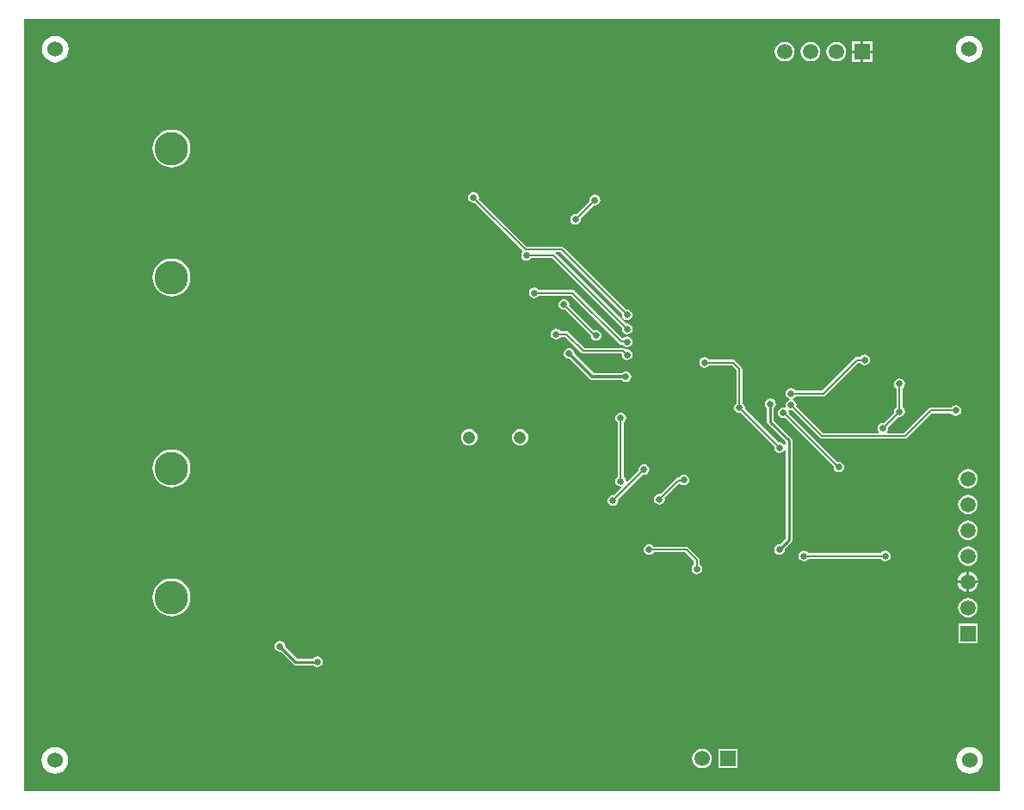
<source format=gbl>
G04*
G04 #@! TF.GenerationSoftware,Altium Limited,Altium Designer,19.0.14 (431)*
G04*
G04 Layer_Physical_Order=2*
G04 Layer_Color=16711680*
%FSLAX25Y25*%
%MOIN*%
G70*
G01*
G75*
%ADD14C,0.01000*%
%ADD76C,0.01200*%
%ADD78C,0.00600*%
%ADD81C,0.04756*%
%ADD82C,0.13000*%
%ADD83C,0.05906*%
%ADD84R,0.05906X0.05906*%
%ADD85C,0.06000*%
%ADD86R,0.05906X0.05906*%
%ADD87C,0.02550*%
G36*
X377953Y0D02*
X0D01*
Y299213D01*
X377953D01*
Y0D01*
D02*
G37*
%LPC*%
G36*
X328453Y290453D02*
X325000D01*
Y287000D01*
X328453D01*
Y290453D01*
D02*
G37*
G36*
X324000D02*
X320547D01*
Y287000D01*
X324000D01*
Y290453D01*
D02*
G37*
G36*
X314500Y290285D02*
X313520Y290156D01*
X312607Y289778D01*
X311824Y289177D01*
X311222Y288393D01*
X310844Y287480D01*
X310715Y286500D01*
X310844Y285520D01*
X311222Y284607D01*
X311824Y283823D01*
X312607Y283222D01*
X313520Y282844D01*
X314500Y282715D01*
X315480Y282844D01*
X316393Y283222D01*
X317177Y283823D01*
X317778Y284607D01*
X318156Y285520D01*
X318285Y286500D01*
X318156Y287480D01*
X317778Y288393D01*
X317177Y289177D01*
X316393Y289778D01*
X315480Y290156D01*
X314500Y290285D01*
D02*
G37*
G36*
X304500D02*
X303520Y290156D01*
X302607Y289778D01*
X301823Y289177D01*
X301222Y288393D01*
X300844Y287480D01*
X300715Y286500D01*
X300844Y285520D01*
X301222Y284607D01*
X301823Y283823D01*
X302607Y283222D01*
X303520Y282844D01*
X304500Y282715D01*
X305480Y282844D01*
X306393Y283222D01*
X307176Y283823D01*
X307778Y284607D01*
X308156Y285520D01*
X308285Y286500D01*
X308156Y287480D01*
X307778Y288393D01*
X307176Y289177D01*
X306393Y289778D01*
X305480Y290156D01*
X304500Y290285D01*
D02*
G37*
G36*
X294500D02*
X293520Y290156D01*
X292607Y289778D01*
X291824Y289177D01*
X291222Y288393D01*
X290844Y287480D01*
X290715Y286500D01*
X290844Y285520D01*
X291222Y284607D01*
X291824Y283823D01*
X292607Y283222D01*
X293520Y282844D01*
X294500Y282715D01*
X295480Y282844D01*
X296393Y283222D01*
X297177Y283823D01*
X297778Y284607D01*
X298156Y285520D01*
X298285Y286500D01*
X298156Y287480D01*
X297778Y288393D01*
X297177Y289177D01*
X296393Y289778D01*
X295480Y290156D01*
X294500Y290285D01*
D02*
G37*
G36*
X328453Y286000D02*
X325000D01*
Y282547D01*
X328453D01*
Y286000D01*
D02*
G37*
G36*
X324000D02*
X320547D01*
Y282547D01*
X324000D01*
Y286000D01*
D02*
G37*
G36*
X366000Y292675D02*
X364661Y292499D01*
X363413Y291982D01*
X362341Y291159D01*
X361518Y290087D01*
X361001Y288839D01*
X360825Y287500D01*
X361001Y286160D01*
X361518Y284912D01*
X362341Y283841D01*
X363413Y283018D01*
X364661Y282501D01*
X366000Y282325D01*
X367339Y282501D01*
X368588Y283018D01*
X369659Y283841D01*
X370482Y284912D01*
X370999Y286160D01*
X371175Y287500D01*
X370999Y288839D01*
X370482Y290087D01*
X369659Y291159D01*
X368588Y291982D01*
X367339Y292499D01*
X366000Y292675D01*
D02*
G37*
G36*
X12000D02*
X10661Y292499D01*
X9413Y291982D01*
X8341Y291159D01*
X7518Y290087D01*
X7001Y288839D01*
X6825Y287500D01*
X7001Y286160D01*
X7518Y284912D01*
X8341Y283841D01*
X9413Y283018D01*
X10661Y282501D01*
X12000Y282325D01*
X13340Y282501D01*
X14588Y283018D01*
X15659Y283841D01*
X16482Y284912D01*
X16999Y286160D01*
X17175Y287500D01*
X16999Y288839D01*
X16482Y290087D01*
X15659Y291159D01*
X14588Y291982D01*
X13340Y292499D01*
X12000Y292675D01*
D02*
G37*
G36*
X57000Y256335D02*
X55569Y256194D01*
X54193Y255777D01*
X52925Y255099D01*
X51813Y254187D01*
X50901Y253075D01*
X50223Y251807D01*
X49806Y250431D01*
X49665Y249000D01*
X49806Y247569D01*
X50223Y246193D01*
X50901Y244925D01*
X51813Y243813D01*
X52925Y242901D01*
X54193Y242223D01*
X55569Y241806D01*
X57000Y241665D01*
X58431Y241806D01*
X59807Y242223D01*
X61075Y242901D01*
X62187Y243813D01*
X63099Y244925D01*
X63777Y246193D01*
X64194Y247569D01*
X64335Y249000D01*
X64194Y250431D01*
X63777Y251807D01*
X63099Y253075D01*
X62187Y254187D01*
X61075Y255099D01*
X59807Y255777D01*
X58431Y256194D01*
X57000Y256335D01*
D02*
G37*
G36*
X221000Y231116D02*
X220190Y230955D01*
X219504Y230496D01*
X219045Y229810D01*
X218884Y229000D01*
X218972Y228558D01*
X213942Y223528D01*
X213500Y223616D01*
X212690Y223455D01*
X212004Y222996D01*
X211545Y222310D01*
X211384Y221500D01*
X211545Y220690D01*
X212004Y220004D01*
X212690Y219545D01*
X213500Y219384D01*
X214310Y219545D01*
X214996Y220004D01*
X215455Y220690D01*
X215616Y221500D01*
X215528Y221942D01*
X220558Y226972D01*
X221000Y226884D01*
X221810Y227045D01*
X222496Y227504D01*
X222955Y228190D01*
X223116Y229000D01*
X222955Y229810D01*
X222496Y230496D01*
X221810Y230955D01*
X221000Y231116D01*
D02*
G37*
G36*
X57000Y206335D02*
X55569Y206194D01*
X54193Y205777D01*
X52925Y205099D01*
X51813Y204187D01*
X50901Y203075D01*
X50223Y201807D01*
X49806Y200431D01*
X49665Y199000D01*
X49806Y197569D01*
X50223Y196193D01*
X50901Y194925D01*
X51813Y193813D01*
X52925Y192901D01*
X54193Y192223D01*
X55569Y191806D01*
X57000Y191665D01*
X58431Y191806D01*
X59807Y192223D01*
X61075Y192901D01*
X62187Y193813D01*
X63099Y194925D01*
X63777Y196193D01*
X64194Y197569D01*
X64335Y199000D01*
X64194Y200431D01*
X63777Y201807D01*
X63099Y203075D01*
X62187Y204187D01*
X61075Y205099D01*
X59807Y205777D01*
X58431Y206194D01*
X57000Y206335D01*
D02*
G37*
G36*
X174000Y232116D02*
X173190Y231955D01*
X172504Y231496D01*
X172045Y230810D01*
X171884Y230000D01*
X172045Y229190D01*
X172504Y228504D01*
X173190Y228045D01*
X174000Y227884D01*
X174442Y227972D01*
X193041Y209373D01*
X193004Y208996D01*
X192545Y208310D01*
X192384Y207500D01*
X192545Y206690D01*
X193004Y206004D01*
X193690Y205545D01*
X194500Y205384D01*
X195310Y205545D01*
X195996Y206004D01*
X196246Y206379D01*
X204535D01*
X231472Y179442D01*
X231384Y179000D01*
X231545Y178190D01*
X232004Y177504D01*
X232690Y177045D01*
X233500Y176884D01*
X234310Y177045D01*
X234996Y177504D01*
X235455Y178190D01*
X235616Y179000D01*
X235455Y179810D01*
X234996Y180496D01*
X234310Y180955D01*
X233500Y181116D01*
X233058Y181028D01*
X205833Y208254D01*
X205851Y208420D01*
X206004Y208753D01*
X207660D01*
X231472Y184942D01*
X231384Y184500D01*
X231545Y183690D01*
X232004Y183004D01*
X232690Y182545D01*
X233500Y182384D01*
X234310Y182545D01*
X234996Y183004D01*
X235455Y183690D01*
X235616Y184500D01*
X235455Y185310D01*
X234996Y185996D01*
X234310Y186455D01*
X233500Y186616D01*
X233058Y186528D01*
X208918Y210668D01*
X208554Y210911D01*
X208125Y210997D01*
X208125Y210997D01*
X194590D01*
X176028Y229558D01*
X176116Y230000D01*
X175955Y230810D01*
X175496Y231496D01*
X174810Y231955D01*
X174000Y232116D01*
D02*
G37*
G36*
X209000Y190616D02*
X208190Y190455D01*
X207504Y189996D01*
X207045Y189310D01*
X206884Y188500D01*
X207045Y187690D01*
X207504Y187004D01*
X208190Y186545D01*
X209000Y186384D01*
X209442Y186472D01*
X219389Y176525D01*
X219384Y176500D01*
X219545Y175690D01*
X220004Y175004D01*
X220690Y174545D01*
X221500Y174384D01*
X222310Y174545D01*
X222996Y175004D01*
X223455Y175690D01*
X223616Y176500D01*
X223455Y177310D01*
X222996Y177996D01*
X222310Y178455D01*
X221500Y178616D01*
X220690Y178455D01*
X220655Y178431D01*
X211028Y188058D01*
X211116Y188500D01*
X210955Y189310D01*
X210496Y189996D01*
X209810Y190455D01*
X209000Y190616D01*
D02*
G37*
G36*
X197500Y195116D02*
X196690Y194955D01*
X196004Y194496D01*
X195545Y193810D01*
X195384Y193000D01*
X195545Y192190D01*
X196004Y191504D01*
X196690Y191045D01*
X197500Y190884D01*
X198310Y191045D01*
X198996Y191504D01*
X199246Y191878D01*
X211894D01*
X230532Y173241D01*
X230532Y173241D01*
X230896Y172998D01*
X231325Y172912D01*
X231325Y172912D01*
X231731D01*
X232004Y172504D01*
X232690Y172045D01*
X233500Y171884D01*
X234310Y172045D01*
X234996Y172504D01*
X235455Y173190D01*
X235616Y174000D01*
X235455Y174810D01*
X234996Y175496D01*
X234310Y175955D01*
X233500Y176116D01*
X232690Y175955D01*
X232004Y175496D01*
X232001Y175491D01*
X231503Y175442D01*
X213152Y193793D01*
X212788Y194036D01*
X212359Y194122D01*
X212359Y194122D01*
X199246D01*
X198996Y194496D01*
X198310Y194955D01*
X197500Y195116D01*
D02*
G37*
G36*
X325500Y169116D02*
X324690Y168955D01*
X324004Y168496D01*
X323754Y168122D01*
X322500D01*
X322500Y168122D01*
X322071Y168036D01*
X321707Y167793D01*
X321707Y167793D01*
X309035Y155122D01*
X298746D01*
X298496Y155496D01*
X297810Y155955D01*
X297000Y156116D01*
X296190Y155955D01*
X295504Y155496D01*
X295045Y154810D01*
X294884Y154000D01*
X295045Y153190D01*
X295504Y152504D01*
X296190Y152045D01*
X296394Y152005D01*
Y151495D01*
X296190Y151455D01*
X295504Y150996D01*
X295045Y150310D01*
X294884Y149500D01*
X295006Y148887D01*
X294997Y148867D01*
X294633Y148503D01*
X294614Y148494D01*
X294000Y148616D01*
X293190Y148455D01*
X292504Y147996D01*
X292045Y147310D01*
X291884Y146500D01*
X292045Y145690D01*
X292504Y145004D01*
X293190Y144545D01*
X294000Y144384D01*
X294650Y144514D01*
X313431Y125733D01*
X313384Y125500D01*
X313545Y124690D01*
X314004Y124004D01*
X314690Y123545D01*
X315500Y123384D01*
X316310Y123545D01*
X316996Y124004D01*
X317455Y124690D01*
X317616Y125500D01*
X317455Y126310D01*
X316996Y126996D01*
X316310Y127455D01*
X315500Y127616D01*
X314850Y127486D01*
X296069Y146267D01*
X296116Y146500D01*
X295994Y147114D01*
X296003Y147133D01*
X296367Y147497D01*
X296387Y147506D01*
X297000Y147384D01*
X297442Y147472D01*
X308207Y136707D01*
X308207Y136707D01*
X308571Y136464D01*
X309000Y136378D01*
X341179D01*
X341179Y136378D01*
X341608Y136464D01*
X341972Y136707D01*
X351532Y146267D01*
X359028D01*
X359278Y145893D01*
X359965Y145434D01*
X360774Y145273D01*
X361584Y145434D01*
X362270Y145893D01*
X362729Y146579D01*
X362890Y147389D01*
X362729Y148198D01*
X362270Y148884D01*
X361584Y149343D01*
X360774Y149504D01*
X359965Y149343D01*
X359278Y148884D01*
X359028Y148510D01*
X351068D01*
X350639Y148425D01*
X350275Y148181D01*
X350275Y148181D01*
X340715Y138622D01*
X334255D01*
X334074Y139122D01*
X334455Y139690D01*
X334616Y140500D01*
X334528Y140942D01*
X338558Y144972D01*
X339000Y144884D01*
X339810Y145045D01*
X340496Y145504D01*
X340955Y146190D01*
X341116Y147000D01*
X340955Y147810D01*
X340496Y148496D01*
X340122Y148746D01*
Y155954D01*
X340496Y156204D01*
X340955Y156890D01*
X341116Y157700D01*
X340955Y158510D01*
X340496Y159196D01*
X339810Y159655D01*
X339000Y159816D01*
X338190Y159655D01*
X337504Y159196D01*
X337045Y158510D01*
X336884Y157700D01*
X337045Y156890D01*
X337504Y156204D01*
X337878Y155954D01*
Y148746D01*
X337504Y148496D01*
X337045Y147810D01*
X336884Y147000D01*
X336972Y146558D01*
X332942Y142528D01*
X332500Y142616D01*
X331690Y142455D01*
X331004Y141996D01*
X330545Y141310D01*
X330384Y140500D01*
X330545Y139690D01*
X330925Y139122D01*
X330745Y138622D01*
X309465D01*
X299028Y149058D01*
X299116Y149500D01*
X298955Y150310D01*
X298496Y150996D01*
X297810Y151455D01*
X297606Y151495D01*
Y152005D01*
X297810Y152045D01*
X298496Y152504D01*
X298746Y152878D01*
X309500D01*
X309500Y152878D01*
X309929Y152964D01*
X310293Y153207D01*
X322965Y165878D01*
X323754D01*
X324004Y165504D01*
X324690Y165045D01*
X325500Y164884D01*
X326310Y165045D01*
X326996Y165504D01*
X327455Y166190D01*
X327616Y167000D01*
X327455Y167810D01*
X326996Y168496D01*
X326310Y168955D01*
X325500Y169116D01*
D02*
G37*
G36*
X206000Y179116D02*
X205190Y178955D01*
X204504Y178496D01*
X204045Y177810D01*
X203884Y177000D01*
X204045Y176190D01*
X204504Y175504D01*
X205190Y175045D01*
X206000Y174884D01*
X206810Y175045D01*
X207496Y175504D01*
X207746Y175878D01*
X209535D01*
X215707Y169707D01*
X215707Y169707D01*
X216071Y169464D01*
X216500Y169378D01*
X216500Y169378D01*
X231074D01*
X231384Y169000D01*
X231545Y168190D01*
X232004Y167504D01*
X232690Y167045D01*
X233500Y166884D01*
X234310Y167045D01*
X234996Y167504D01*
X235455Y168190D01*
X235616Y169000D01*
X235455Y169810D01*
X234996Y170496D01*
X234310Y170955D01*
X233500Y171116D01*
X233058Y171028D01*
X232793Y171293D01*
X232429Y171536D01*
X232000Y171622D01*
X232000Y171622D01*
X216965D01*
X210793Y177793D01*
X210429Y178036D01*
X210000Y178122D01*
X210000Y178122D01*
X207746D01*
X207496Y178496D01*
X206810Y178955D01*
X206000Y179116D01*
D02*
G37*
G36*
X211000Y171616D02*
X210190Y171455D01*
X209504Y170996D01*
X209045Y170310D01*
X208884Y169500D01*
X209045Y168690D01*
X209504Y168004D01*
X210190Y167545D01*
X211000Y167384D01*
X211081Y167400D01*
X218991Y159491D01*
X218991Y159491D01*
X219454Y159181D01*
X220000Y159073D01*
X220000Y159073D01*
X231458D01*
X231504Y159004D01*
X232190Y158545D01*
X233000Y158384D01*
X233810Y158545D01*
X234496Y159004D01*
X234955Y159690D01*
X235116Y160500D01*
X234955Y161310D01*
X234496Y161996D01*
X233810Y162455D01*
X233000Y162616D01*
X232190Y162455D01*
X231504Y161996D01*
X231458Y161927D01*
X220591D01*
X213100Y169419D01*
X213116Y169500D01*
X212955Y170310D01*
X212496Y170996D01*
X211810Y171455D01*
X211000Y171616D01*
D02*
G37*
G36*
X192000Y140205D02*
X191170Y140096D01*
X190397Y139776D01*
X189734Y139267D01*
X189224Y138603D01*
X188904Y137830D01*
X188795Y137000D01*
X188904Y136170D01*
X189224Y135397D01*
X189734Y134733D01*
X190397Y134224D01*
X191170Y133904D01*
X192000Y133795D01*
X192830Y133904D01*
X193603Y134224D01*
X194266Y134733D01*
X194776Y135397D01*
X195096Y136170D01*
X195205Y137000D01*
X195096Y137830D01*
X194776Y138603D01*
X194266Y139267D01*
X193603Y139776D01*
X192830Y140096D01*
X192000Y140205D01*
D02*
G37*
G36*
X172315D02*
X171485Y140096D01*
X170712Y139776D01*
X170048Y139267D01*
X169539Y138603D01*
X169219Y137830D01*
X169110Y137000D01*
X169219Y136170D01*
X169539Y135397D01*
X170048Y134733D01*
X170712Y134224D01*
X171485Y133904D01*
X172315Y133795D01*
X173145Y133904D01*
X173918Y134224D01*
X174582Y134733D01*
X175091Y135397D01*
X175411Y136170D01*
X175520Y137000D01*
X175411Y137830D01*
X175091Y138603D01*
X174582Y139267D01*
X173918Y139776D01*
X173145Y140096D01*
X172315Y140205D01*
D02*
G37*
G36*
X231000Y146616D02*
X230190Y146455D01*
X229504Y145996D01*
X229045Y145310D01*
X228884Y144500D01*
X229045Y143690D01*
X229504Y143004D01*
X229878Y142754D01*
Y121746D01*
X229504Y121496D01*
X229045Y120810D01*
X228884Y120000D01*
X229045Y119190D01*
X229504Y118504D01*
X230190Y118045D01*
X231000Y117884D01*
X231114Y117907D01*
X231360Y117446D01*
X228442Y114528D01*
X228000Y114616D01*
X227190Y114455D01*
X226504Y113996D01*
X226045Y113310D01*
X225884Y112500D01*
X226045Y111690D01*
X226504Y111004D01*
X227190Y110545D01*
X228000Y110384D01*
X228810Y110545D01*
X229496Y111004D01*
X229955Y111690D01*
X230116Y112500D01*
X230028Y112942D01*
X239558Y122472D01*
X240000Y122384D01*
X240810Y122545D01*
X241496Y123004D01*
X241955Y123690D01*
X242116Y124500D01*
X241955Y125310D01*
X241496Y125996D01*
X240810Y126455D01*
X240000Y126616D01*
X239190Y126455D01*
X238504Y125996D01*
X238045Y125310D01*
X237884Y124500D01*
X237972Y124058D01*
X233554Y119640D01*
X233093Y119886D01*
X233116Y120000D01*
X232955Y120810D01*
X232496Y121496D01*
X232121Y121746D01*
Y142754D01*
X232496Y143004D01*
X232955Y143690D01*
X233116Y144500D01*
X232955Y145310D01*
X232496Y145996D01*
X231810Y146455D01*
X231000Y146616D01*
D02*
G37*
G36*
X255500Y122616D02*
X254690Y122455D01*
X254004Y121996D01*
X253637Y121447D01*
X253325D01*
X252896Y121361D01*
X252532Y121118D01*
X252532Y121118D01*
X246442Y115028D01*
X246000Y115116D01*
X245190Y114955D01*
X244504Y114496D01*
X244045Y113810D01*
X243884Y113000D01*
X244045Y112190D01*
X244504Y111504D01*
X245190Y111045D01*
X246000Y110884D01*
X246810Y111045D01*
X247496Y111504D01*
X247955Y112190D01*
X248116Y113000D01*
X248028Y113442D01*
X253478Y118892D01*
X254004Y119004D01*
X254690Y118545D01*
X255500Y118384D01*
X256310Y118545D01*
X256996Y119004D01*
X257455Y119690D01*
X257616Y120500D01*
X257455Y121310D01*
X256996Y121996D01*
X256310Y122455D01*
X255500Y122616D01*
D02*
G37*
G36*
X57000Y132335D02*
X55569Y132194D01*
X54193Y131777D01*
X52925Y131099D01*
X51813Y130187D01*
X50901Y129075D01*
X50223Y127807D01*
X49806Y126431D01*
X49665Y125000D01*
X49806Y123569D01*
X50223Y122193D01*
X50901Y120925D01*
X51813Y119813D01*
X52925Y118901D01*
X54193Y118223D01*
X55569Y117806D01*
X57000Y117665D01*
X58431Y117806D01*
X59807Y118223D01*
X61075Y118901D01*
X62187Y119813D01*
X63099Y120925D01*
X63777Y122193D01*
X64194Y123569D01*
X64335Y125000D01*
X64194Y126431D01*
X63777Y127807D01*
X63099Y129075D01*
X62187Y130187D01*
X61075Y131099D01*
X59807Y131777D01*
X58431Y132194D01*
X57000Y132335D01*
D02*
G37*
G36*
X365500Y124785D02*
X364520Y124656D01*
X363607Y124278D01*
X362824Y123677D01*
X362222Y122893D01*
X361844Y121980D01*
X361715Y121000D01*
X361844Y120020D01*
X362222Y119107D01*
X362824Y118324D01*
X363607Y117722D01*
X364520Y117344D01*
X365500Y117215D01*
X366480Y117344D01*
X367393Y117722D01*
X368177Y118324D01*
X368778Y119107D01*
X369156Y120020D01*
X369285Y121000D01*
X369156Y121980D01*
X368778Y122893D01*
X368177Y123677D01*
X367393Y124278D01*
X366480Y124656D01*
X365500Y124785D01*
D02*
G37*
G36*
Y114785D02*
X364520Y114656D01*
X363607Y114278D01*
X362824Y113677D01*
X362222Y112893D01*
X361844Y111980D01*
X361715Y111000D01*
X361844Y110020D01*
X362222Y109107D01*
X362824Y108324D01*
X363607Y107722D01*
X364520Y107344D01*
X365500Y107215D01*
X366480Y107344D01*
X367393Y107722D01*
X368177Y108324D01*
X368778Y109107D01*
X369156Y110020D01*
X369285Y111000D01*
X369156Y111980D01*
X368778Y112893D01*
X368177Y113677D01*
X367393Y114278D01*
X366480Y114656D01*
X365500Y114785D01*
D02*
G37*
G36*
Y104785D02*
X364520Y104656D01*
X363607Y104278D01*
X362824Y103676D01*
X362222Y102893D01*
X361844Y101980D01*
X361715Y101000D01*
X361844Y100020D01*
X362222Y99107D01*
X362824Y98324D01*
X363607Y97722D01*
X364520Y97344D01*
X365500Y97215D01*
X366480Y97344D01*
X367393Y97722D01*
X368177Y98324D01*
X368778Y99107D01*
X369156Y100020D01*
X369285Y101000D01*
X369156Y101980D01*
X368778Y102893D01*
X368177Y103676D01*
X367393Y104278D01*
X366480Y104656D01*
X365500Y104785D01*
D02*
G37*
G36*
X263500Y168116D02*
X262690Y167955D01*
X262004Y167496D01*
X261545Y166810D01*
X261384Y166000D01*
X261545Y165190D01*
X262004Y164504D01*
X262690Y164045D01*
X263500Y163884D01*
X264310Y164045D01*
X264996Y164504D01*
X265246Y164878D01*
X274035D01*
X275879Y163035D01*
Y150246D01*
X275504Y149996D01*
X275045Y149310D01*
X274884Y148500D01*
X275045Y147690D01*
X275504Y147004D01*
X276190Y146545D01*
X277000Y146384D01*
X277442Y146472D01*
X290472Y133442D01*
X290384Y133000D01*
X290545Y132190D01*
X291004Y131504D01*
X291690Y131045D01*
X292500Y130884D01*
X293310Y131045D01*
X293996Y131504D01*
X294250Y131883D01*
X294749Y131732D01*
Y97624D01*
X292701Y95576D01*
X292500Y95616D01*
X291690Y95455D01*
X291004Y94996D01*
X290545Y94310D01*
X290384Y93500D01*
X290545Y92690D01*
X291004Y92004D01*
X291690Y91545D01*
X292500Y91384D01*
X293310Y91545D01*
X293996Y92004D01*
X294455Y92690D01*
X294616Y93500D01*
X294576Y93701D01*
X297012Y96138D01*
X297300Y96568D01*
X297400Y97075D01*
Y135925D01*
X297300Y136432D01*
X297012Y136862D01*
X290325Y143549D01*
Y148390D01*
X290496Y148504D01*
X290955Y149190D01*
X291116Y150000D01*
X290955Y150810D01*
X290496Y151496D01*
X289810Y151955D01*
X289000Y152116D01*
X288190Y151955D01*
X287504Y151496D01*
X287045Y150810D01*
X286884Y150000D01*
X287045Y149190D01*
X287504Y148504D01*
X287674Y148390D01*
Y143000D01*
X287775Y142493D01*
X288063Y142063D01*
X294749Y135376D01*
Y134268D01*
X294250Y134117D01*
X293996Y134496D01*
X293310Y134955D01*
X292500Y135116D01*
X292058Y135028D01*
X279028Y148058D01*
X279116Y148500D01*
X278955Y149310D01*
X278496Y149996D01*
X278121Y150246D01*
Y163500D01*
X278036Y163929D01*
X277793Y164293D01*
X277793Y164293D01*
X275293Y166793D01*
X274929Y167036D01*
X274500Y167122D01*
X274500Y167122D01*
X265246D01*
X264996Y167496D01*
X264310Y167955D01*
X263500Y168116D01*
D02*
G37*
G36*
X333500Y93116D02*
X332690Y92955D01*
X332004Y92496D01*
X331754Y92122D01*
X303746D01*
X303496Y92496D01*
X302810Y92955D01*
X302000Y93116D01*
X301190Y92955D01*
X300504Y92496D01*
X300045Y91810D01*
X299884Y91000D01*
X300045Y90190D01*
X300504Y89504D01*
X301190Y89045D01*
X302000Y88884D01*
X302810Y89045D01*
X303496Y89504D01*
X303746Y89878D01*
X331754D01*
X332004Y89504D01*
X332690Y89045D01*
X333500Y88884D01*
X334310Y89045D01*
X334996Y89504D01*
X335455Y90190D01*
X335616Y91000D01*
X335455Y91810D01*
X334996Y92496D01*
X334310Y92955D01*
X333500Y93116D01*
D02*
G37*
G36*
X365500Y94785D02*
X364520Y94656D01*
X363607Y94278D01*
X362824Y93677D01*
X362222Y92893D01*
X361844Y91980D01*
X361715Y91000D01*
X361844Y90020D01*
X362222Y89107D01*
X362824Y88323D01*
X363607Y87722D01*
X364520Y87344D01*
X365500Y87215D01*
X366480Y87344D01*
X367393Y87722D01*
X368177Y88323D01*
X368778Y89107D01*
X369156Y90020D01*
X369285Y91000D01*
X369156Y91980D01*
X368778Y92893D01*
X368177Y93677D01*
X367393Y94278D01*
X366480Y94656D01*
X365500Y94785D01*
D02*
G37*
G36*
X242000Y95616D02*
X241190Y95455D01*
X240504Y94996D01*
X240045Y94310D01*
X239884Y93500D01*
X240045Y92690D01*
X240504Y92004D01*
X241190Y91545D01*
X242000Y91384D01*
X242810Y91545D01*
X243496Y92004D01*
X243746Y92378D01*
X256035D01*
X259379Y89035D01*
Y87746D01*
X259004Y87496D01*
X258545Y86810D01*
X258384Y86000D01*
X258545Y85190D01*
X259004Y84504D01*
X259690Y84045D01*
X260500Y83884D01*
X261310Y84045D01*
X261996Y84504D01*
X262455Y85190D01*
X262616Y86000D01*
X262455Y86810D01*
X261996Y87496D01*
X261621Y87746D01*
Y89500D01*
X261536Y89929D01*
X261293Y90293D01*
X261293Y90293D01*
X257293Y94293D01*
X256929Y94536D01*
X256500Y94622D01*
X256500Y94622D01*
X243746D01*
X243496Y94996D01*
X242810Y95455D01*
X242000Y95616D01*
D02*
G37*
G36*
X366000Y84921D02*
Y81500D01*
X369421D01*
X369351Y82032D01*
X368953Y82993D01*
X368319Y83819D01*
X367493Y84453D01*
X366532Y84851D01*
X366000Y84921D01*
D02*
G37*
G36*
X365000D02*
X364468Y84851D01*
X363507Y84453D01*
X362681Y83819D01*
X362047Y82993D01*
X361649Y82032D01*
X361579Y81500D01*
X365000D01*
Y84921D01*
D02*
G37*
G36*
X369421Y80500D02*
X366000D01*
Y77079D01*
X366532Y77149D01*
X367493Y77547D01*
X368319Y78181D01*
X368953Y79007D01*
X369351Y79968D01*
X369421Y80500D01*
D02*
G37*
G36*
X365000D02*
X361579D01*
X361649Y79968D01*
X362047Y79007D01*
X362681Y78181D01*
X363507Y77547D01*
X364468Y77149D01*
X365000Y77079D01*
Y80500D01*
D02*
G37*
G36*
X57000Y82335D02*
X55569Y82194D01*
X54193Y81777D01*
X52925Y81099D01*
X51813Y80187D01*
X50901Y79075D01*
X50223Y77807D01*
X49806Y76431D01*
X49665Y75000D01*
X49806Y73569D01*
X50223Y72193D01*
X50901Y70925D01*
X51813Y69813D01*
X52925Y68901D01*
X54193Y68223D01*
X55569Y67806D01*
X57000Y67665D01*
X58431Y67806D01*
X59807Y68223D01*
X61075Y68901D01*
X62187Y69813D01*
X63099Y70925D01*
X63777Y72193D01*
X64194Y73569D01*
X64335Y75000D01*
X64194Y76431D01*
X63777Y77807D01*
X63099Y79075D01*
X62187Y80187D01*
X61075Y81099D01*
X59807Y81777D01*
X58431Y82194D01*
X57000Y82335D01*
D02*
G37*
G36*
X365500Y74785D02*
X364520Y74656D01*
X363607Y74278D01*
X362824Y73677D01*
X362222Y72893D01*
X361844Y71980D01*
X361715Y71000D01*
X361844Y70020D01*
X362222Y69107D01*
X362824Y68323D01*
X363607Y67722D01*
X364520Y67344D01*
X365500Y67215D01*
X366480Y67344D01*
X367393Y67722D01*
X368177Y68323D01*
X368778Y69107D01*
X369156Y70020D01*
X369285Y71000D01*
X369156Y71980D01*
X368778Y72893D01*
X368177Y73677D01*
X367393Y74278D01*
X366480Y74656D01*
X365500Y74785D01*
D02*
G37*
G36*
X369253Y64753D02*
X361747D01*
Y57247D01*
X369253D01*
Y64753D01*
D02*
G37*
G36*
X99000Y58116D02*
X98190Y57955D01*
X97504Y57496D01*
X97045Y56810D01*
X96884Y56000D01*
X97045Y55190D01*
X97504Y54504D01*
X98190Y54045D01*
X99000Y53884D01*
X99201Y53924D01*
X104063Y49063D01*
X104493Y48775D01*
X105000Y48674D01*
X111890D01*
X112004Y48504D01*
X112690Y48045D01*
X113500Y47884D01*
X114310Y48045D01*
X114996Y48504D01*
X115455Y49190D01*
X115616Y50000D01*
X115455Y50810D01*
X114996Y51496D01*
X114310Y51955D01*
X113500Y52116D01*
X112690Y51955D01*
X112004Y51496D01*
X111890Y51326D01*
X105549D01*
X101076Y55799D01*
X101116Y56000D01*
X100955Y56810D01*
X100496Y57496D01*
X99810Y57955D01*
X99000Y58116D01*
D02*
G37*
G36*
X276253Y16253D02*
X268747D01*
Y8747D01*
X276253D01*
Y16253D01*
D02*
G37*
G36*
X262500Y16285D02*
X261520Y16156D01*
X260607Y15778D01*
X259823Y15177D01*
X259222Y14393D01*
X258844Y13480D01*
X258715Y12500D01*
X258844Y11520D01*
X259222Y10607D01*
X259823Y9824D01*
X260607Y9222D01*
X261520Y8844D01*
X262500Y8715D01*
X263480Y8844D01*
X264393Y9222D01*
X265177Y9824D01*
X265778Y10607D01*
X266156Y11520D01*
X266285Y12500D01*
X266156Y13480D01*
X265778Y14393D01*
X265177Y15177D01*
X264393Y15778D01*
X263480Y16156D01*
X262500Y16285D01*
D02*
G37*
G36*
X366142Y16986D02*
X364802Y16810D01*
X363554Y16293D01*
X362482Y15470D01*
X361660Y14399D01*
X361143Y13150D01*
X360967Y11811D01*
X361143Y10472D01*
X361660Y9224D01*
X362482Y8152D01*
X363554Y7329D01*
X364802Y6813D01*
X366142Y6636D01*
X367481Y6813D01*
X368729Y7329D01*
X369801Y8152D01*
X370623Y9224D01*
X371140Y10472D01*
X371317Y11811D01*
X371140Y13150D01*
X370623Y14399D01*
X369801Y15470D01*
X368729Y16293D01*
X367481Y16810D01*
X366142Y16986D01*
D02*
G37*
G36*
X11811D02*
X10472Y16810D01*
X9224Y16293D01*
X8152Y15470D01*
X7329Y14399D01*
X6812Y13150D01*
X6636Y11811D01*
X6812Y10472D01*
X7329Y9224D01*
X8152Y8152D01*
X9224Y7329D01*
X10472Y6813D01*
X11811Y6636D01*
X13150Y6813D01*
X14399Y7329D01*
X15470Y8152D01*
X16293Y9224D01*
X16810Y10472D01*
X16986Y11811D01*
X16810Y13150D01*
X16293Y14399D01*
X15470Y15470D01*
X14399Y16293D01*
X13150Y16810D01*
X11811Y16986D01*
D02*
G37*
%LPD*%
D14*
X292500Y93500D02*
X296075Y97075D01*
Y135925D01*
X289000Y143000D02*
X296075Y135925D01*
X289000Y143000D02*
Y150000D01*
X105000Y50000D02*
X113500D01*
X99000Y56000D02*
X105000Y50000D01*
D76*
X220000Y160500D02*
X233000D01*
X211000Y169500D02*
X220000Y160500D01*
D78*
X232000Y170500D02*
X233500Y169000D01*
X351068Y147389D02*
X360774D01*
X341179Y137500D02*
X351068Y147389D01*
X208125Y209875D02*
X233500Y184500D01*
X194125Y209875D02*
X208125D01*
X174000Y230000D02*
X194125Y209875D01*
X205000Y207500D02*
X233500Y179000D01*
X194500Y207500D02*
X205000D01*
X197500Y193000D02*
X212359D01*
X231325Y174034D01*
X233466D01*
X233500Y174000D01*
X228000Y112500D02*
X240000Y124500D01*
X231000Y120000D02*
Y144500D01*
X216500Y170500D02*
X232000D01*
X210000Y177000D02*
X216500Y170500D01*
X213500Y221500D02*
X221000Y229000D01*
X209000Y188500D02*
X221000Y176500D01*
X221500D01*
X206000Y177000D02*
X210000D01*
X315250Y125500D02*
X315500D01*
X294250Y146500D02*
X315250Y125500D01*
X294000Y146500D02*
X294250D01*
X277000Y148500D02*
X292500Y133000D01*
X263500Y166000D02*
X274500D01*
X277000Y163500D01*
Y148500D02*
Y163500D01*
X309000Y137500D02*
X341179D01*
X297000Y149500D02*
X309000Y137500D01*
X302000Y91000D02*
X333500D01*
X297000Y154000D02*
X309500D01*
X332500Y140500D02*
X339000Y147000D01*
X322500Y167000D02*
X325500D01*
X309500Y154000D02*
X322500Y167000D01*
X339000Y147000D02*
Y157700D01*
X242000Y93500D02*
X256500D01*
X260500Y89500D01*
Y86000D02*
Y89500D01*
X255325Y120325D02*
X255500Y120500D01*
X253325Y120325D02*
X255325D01*
X246000Y113000D02*
X253325Y120325D01*
D81*
X172315Y137000D02*
D03*
X192000D02*
D03*
D82*
X57000Y125000D02*
D03*
Y100000D02*
D03*
Y75000D02*
D03*
Y50000D02*
D03*
Y249000D02*
D03*
Y224000D02*
D03*
Y199000D02*
D03*
Y174000D02*
D03*
D83*
X262500Y12500D02*
D03*
X294500Y286500D02*
D03*
X304500D02*
D03*
X314500D02*
D03*
X365500Y121000D02*
D03*
Y111000D02*
D03*
Y101000D02*
D03*
Y91000D02*
D03*
Y71000D02*
D03*
Y81000D02*
D03*
D84*
X272500Y12500D02*
D03*
X324500Y286500D02*
D03*
D85*
X11811Y11811D02*
D03*
X12000Y287500D02*
D03*
X366142Y11811D02*
D03*
X366000Y287500D02*
D03*
D86*
X365500Y61000D02*
D03*
D87*
X231900Y165000D02*
D03*
X233000Y160500D02*
D03*
X233500Y169000D02*
D03*
X293000Y162000D02*
D03*
X360774Y147389D02*
D03*
X194500Y42500D02*
D03*
Y207500D02*
D03*
X197500Y193000D02*
D03*
X225500Y118500D02*
D03*
X228000Y112500D02*
D03*
X231000Y120000D02*
D03*
X240000Y124500D02*
D03*
X174000Y230000D02*
D03*
X233500Y184500D02*
D03*
Y179000D02*
D03*
Y174000D02*
D03*
X221000Y229000D02*
D03*
X213500Y221500D02*
D03*
X221500Y176500D02*
D03*
X209000Y188500D02*
D03*
X211000Y169500D02*
D03*
X321000Y156500D02*
D03*
X229000Y227000D02*
D03*
X206000Y177000D02*
D03*
X292500Y93500D02*
D03*
X289000Y150000D02*
D03*
X315500Y125500D02*
D03*
X294000Y146500D02*
D03*
X292500Y133000D02*
D03*
Y32000D02*
D03*
X215500Y118500D02*
D03*
X277000Y148500D02*
D03*
X263500Y166000D02*
D03*
X231000Y144500D02*
D03*
X227500Y174500D02*
D03*
X205500Y113000D02*
D03*
X287500Y236500D02*
D03*
X306000Y267500D02*
D03*
X293500Y115000D02*
D03*
X297000Y149500D02*
D03*
X302000Y91000D02*
D03*
X333500D02*
D03*
X297000Y154000D02*
D03*
X339000Y157700D02*
D03*
X332500Y140500D02*
D03*
X325500Y167000D02*
D03*
X339000Y147000D02*
D03*
X297300Y188600D02*
D03*
X274500Y119500D02*
D03*
X261500Y56000D02*
D03*
X252000D02*
D03*
X219500Y50500D02*
D03*
X204500D02*
D03*
X260500Y86000D02*
D03*
X256000Y89000D02*
D03*
X242000Y93500D02*
D03*
X246000Y113000D02*
D03*
X99000Y56000D02*
D03*
X113500Y50000D02*
D03*
X268500Y284500D02*
D03*
X255016Y165756D02*
D03*
X245016Y141756D02*
D03*
X254500Y194000D02*
D03*
X308600Y168700D02*
D03*
Y177700D02*
D03*
X267500Y201000D02*
D03*
X153000Y235000D02*
D03*
X128500Y190500D02*
D03*
X163000Y286500D02*
D03*
X149500Y251500D02*
D03*
X122500Y261500D02*
D03*
X174000Y204500D02*
D03*
X363500Y166000D02*
D03*
X113500Y250500D02*
D03*
X78500Y283500D02*
D03*
X255500Y120500D02*
D03*
X153500Y48500D02*
D03*
X360900Y141700D02*
D03*
X247000Y75000D02*
D03*
X118500Y240000D02*
D03*
X122000Y48500D02*
D03*
X126500Y158500D02*
D03*
X127906Y105870D02*
D03*
M02*

</source>
